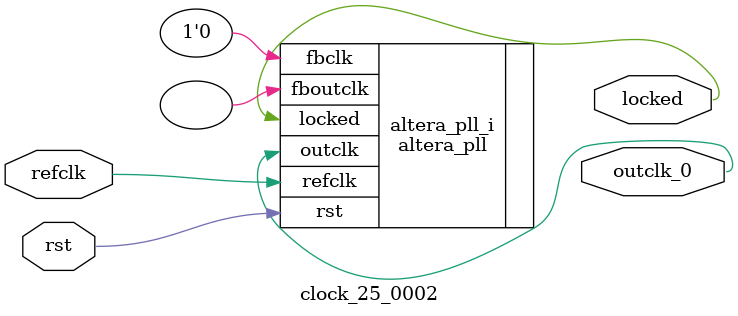
<source format=v>
`timescale 1ns/10ps
module  clock_25_0002(

	// interface 'refclk'
	input wire refclk,

	// interface 'reset'
	input wire rst,

	// interface 'outclk0'
	output wire outclk_0,

	// interface 'locked'
	output wire locked
);

	altera_pll #(
		.fractional_vco_multiplier("false"),
		.reference_clock_frequency("50.0 MHz"),
		.operation_mode("direct"),
		.number_of_clocks(1),
		.output_clock_frequency0("25.000000 MHz"),
		.phase_shift0("0 ps"),
		.duty_cycle0(50),
		.output_clock_frequency1("0 MHz"),
		.phase_shift1("0 ps"),
		.duty_cycle1(50),
		.output_clock_frequency2("0 MHz"),
		.phase_shift2("0 ps"),
		.duty_cycle2(50),
		.output_clock_frequency3("0 MHz"),
		.phase_shift3("0 ps"),
		.duty_cycle3(50),
		.output_clock_frequency4("0 MHz"),
		.phase_shift4("0 ps"),
		.duty_cycle4(50),
		.output_clock_frequency5("0 MHz"),
		.phase_shift5("0 ps"),
		.duty_cycle5(50),
		.output_clock_frequency6("0 MHz"),
		.phase_shift6("0 ps"),
		.duty_cycle6(50),
		.output_clock_frequency7("0 MHz"),
		.phase_shift7("0 ps"),
		.duty_cycle7(50),
		.output_clock_frequency8("0 MHz"),
		.phase_shift8("0 ps"),
		.duty_cycle8(50),
		.output_clock_frequency9("0 MHz"),
		.phase_shift9("0 ps"),
		.duty_cycle9(50),
		.output_clock_frequency10("0 MHz"),
		.phase_shift10("0 ps"),
		.duty_cycle10(50),
		.output_clock_frequency11("0 MHz"),
		.phase_shift11("0 ps"),
		.duty_cycle11(50),
		.output_clock_frequency12("0 MHz"),
		.phase_shift12("0 ps"),
		.duty_cycle12(50),
		.output_clock_frequency13("0 MHz"),
		.phase_shift13("0 ps"),
		.duty_cycle13(50),
		.output_clock_frequency14("0 MHz"),
		.phase_shift14("0 ps"),
		.duty_cycle14(50),
		.output_clock_frequency15("0 MHz"),
		.phase_shift15("0 ps"),
		.duty_cycle15(50),
		.output_clock_frequency16("0 MHz"),
		.phase_shift16("0 ps"),
		.duty_cycle16(50),
		.output_clock_frequency17("0 MHz"),
		.phase_shift17("0 ps"),
		.duty_cycle17(50),
		.pll_type("General"),
		.pll_subtype("General")
	) altera_pll_i (
		.rst	(rst),
		.outclk	({outclk_0}),
		.locked	(locked),
		.fboutclk	( ),
		.fbclk	(1'b0),
		.refclk	(refclk)
	);
endmodule


</source>
